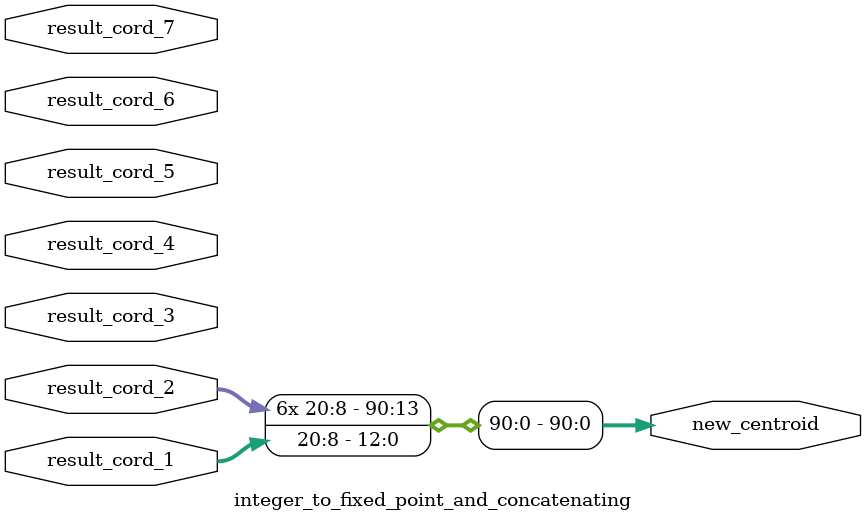
<source format=sv>
/*------------------------------------------------------------------------------
 * File          : integer_to_fixed_point_and_concatenating.sv
 * Project       : MLProject
 * Author        : epedlh
 * Creation date : Nov 6, 2019
 * Description   :
 *------------------------------------------------------------------------------*/

module integer_to_fixed_point_and_concatenating
#(
		tc_mode          = 0,
		rem_mode         =1,
		accum_width      = 7*22,
		addrWidth        = 8,
		dataWidth        = 91,
		centroid_num     =8,
		accum_cord_width = 22,
		cordinate_width  = 13,
		count_width      = 10
	)
	(
		input [accum_cord_width-1:0] result_cord_1,
		input [accum_cord_width-1:0] result_cord_2,
		input [accum_cord_width-1:0] result_cord_3,
		input [accum_cord_width-1:0] result_cord_4,
		input [accum_cord_width-1:0] result_cord_5,
		input [accum_cord_width-1:0] result_cord_6,
		input [accum_cord_width-1:0] result_cord_7,
		output [accum_width-1:0] new_centroid
	);
	// need to adress MSB problem
	assign new_centroid[1*cordinate_width-1:0*cordinate_width] = result_cord_1[accum_cord_width-1:accum_cord_width-cordinate_width-1];
	assign new_centroid[2*cordinate_width-1:1*cordinate_width] = result_cord_2[accum_cord_width-1:accum_cord_width-cordinate_width-1];
	assign new_centroid[3*cordinate_width-1:2*cordinate_width] = result_cord_2[accum_cord_width-1:accum_cord_width-cordinate_width-1];
	assign new_centroid[4*cordinate_width-1:3*cordinate_width] = result_cord_2[accum_cord_width-1:accum_cord_width-cordinate_width-1];
	assign new_centroid[5*cordinate_width-1:4*cordinate_width] = result_cord_2[accum_cord_width-1:accum_cord_width-cordinate_width-1];
	assign new_centroid[6*cordinate_width-1:5*cordinate_width] = result_cord_2[accum_cord_width-1:accum_cord_width-cordinate_width-1];
	assign new_centroid[7*cordinate_width-1:6*cordinate_width] = result_cord_2[accum_cord_width-1:accum_cord_width-cordinate_width-1];


endmodule : integer_to_fixed_point_and_concatenating
</source>
